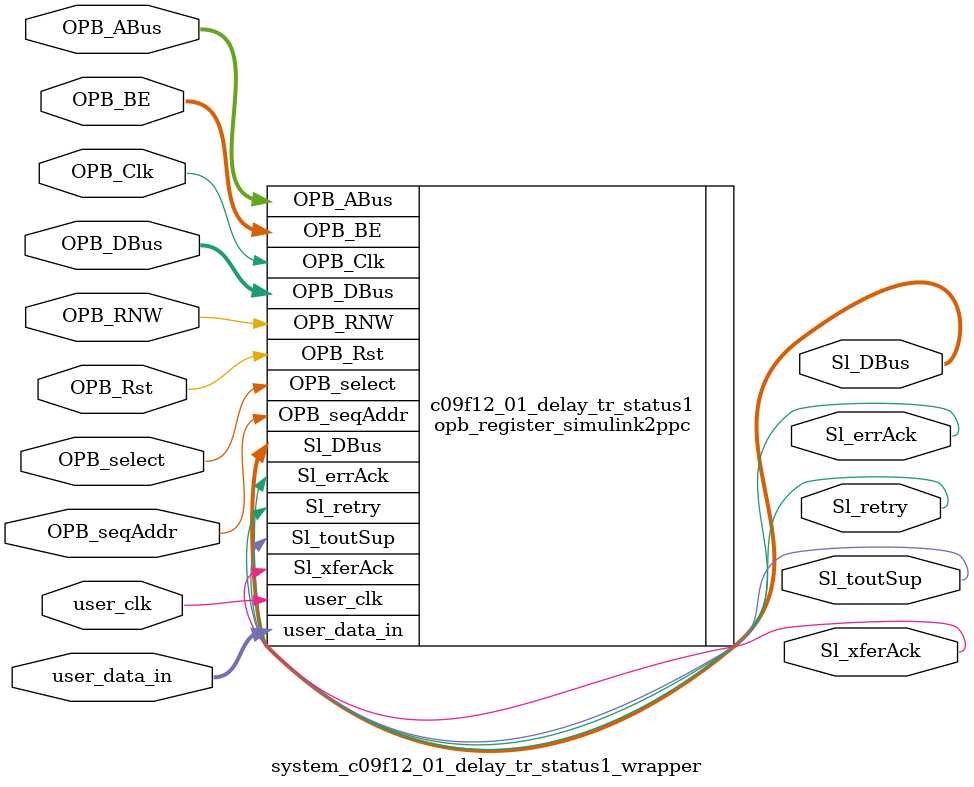
<source format=v>

module system_c09f12_01_delay_tr_status1_wrapper
  (
    OPB_Clk,
    OPB_Rst,
    Sl_DBus,
    Sl_errAck,
    Sl_retry,
    Sl_toutSup,
    Sl_xferAck,
    OPB_ABus,
    OPB_BE,
    OPB_DBus,
    OPB_RNW,
    OPB_select,
    OPB_seqAddr,
    user_data_in,
    user_clk
  );
  input OPB_Clk;
  input OPB_Rst;
  output [0:31] Sl_DBus;
  output Sl_errAck;
  output Sl_retry;
  output Sl_toutSup;
  output Sl_xferAck;
  input [0:31] OPB_ABus;
  input [0:3] OPB_BE;
  input [0:31] OPB_DBus;
  input OPB_RNW;
  input OPB_select;
  input OPB_seqAddr;
  input [31:0] user_data_in;
  input user_clk;

  opb_register_simulink2ppc
    #(
      .C_BASEADDR ( 32'h01080200 ),
      .C_HIGHADDR ( 32'h010802FF ),
      .C_OPB_AWIDTH ( 32 ),
      .C_OPB_DWIDTH ( 32 ),
      .C_FAMILY ( "virtex5" )
    )
    c09f12_01_delay_tr_status1 (
      .OPB_Clk ( OPB_Clk ),
      .OPB_Rst ( OPB_Rst ),
      .Sl_DBus ( Sl_DBus ),
      .Sl_errAck ( Sl_errAck ),
      .Sl_retry ( Sl_retry ),
      .Sl_toutSup ( Sl_toutSup ),
      .Sl_xferAck ( Sl_xferAck ),
      .OPB_ABus ( OPB_ABus ),
      .OPB_BE ( OPB_BE ),
      .OPB_DBus ( OPB_DBus ),
      .OPB_RNW ( OPB_RNW ),
      .OPB_select ( OPB_select ),
      .OPB_seqAddr ( OPB_seqAddr ),
      .user_data_in ( user_data_in ),
      .user_clk ( user_clk )
    );

endmodule


</source>
